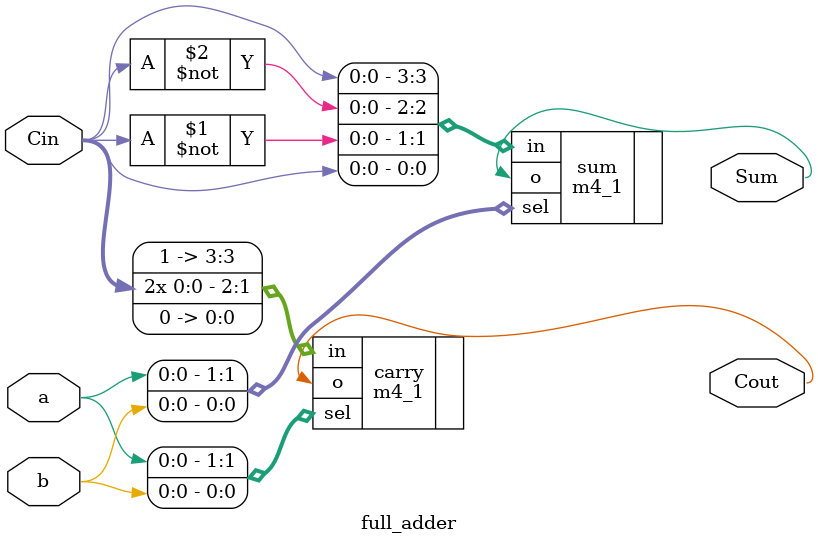
<source format=v>
`timescale 1ns / 1ps


module full_adder (
    input a,
    input b,
    input Cin,
    output Cout,
    output Sum
    );
    m4_1 sum (.in({Cin, ~Cin, ~Cin, Cin}), .sel({a, b}), .o(Sum));
    m4_1 carry (.in({1'b1, Cin, Cin, 1'b0}), .sel({a, b}), .o(Cout));
endmodule

</source>
